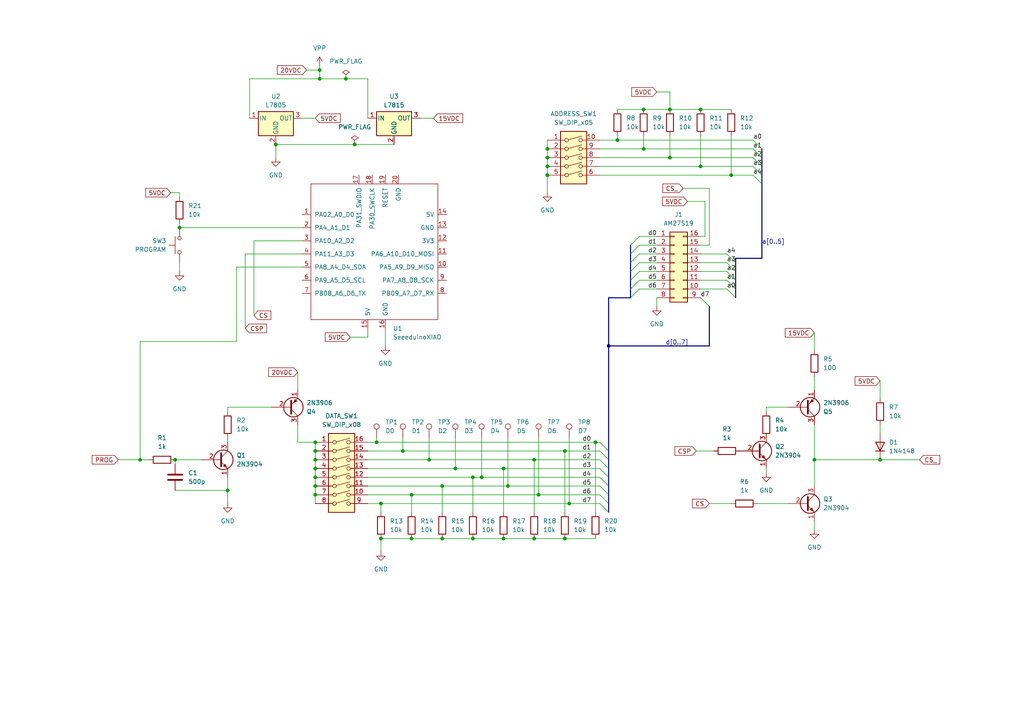
<source format=kicad_sch>
(kicad_sch (version 20230121) (generator eeschema)
  (paper "A4")
  (title_block (title "Manual AM27S19 EPROM programmer") (company "Michael Robinson"))
  (lib_symbols
    (symbol "Connector:TestPoint" (pin_numbers hide) (pin_names (offset 0.762) hide)
      (property "Reference" "TP" (at 0 6.858 0))
      (property "Value" "TestPoint" (at 0 5.08 0))
      (symbol "TestPoint_0_1"
        (circle (center 0 3.302) (radius 0.762))
      )
      (symbol "TestPoint_1_1"
        (pin passive line (at 0 0 90) (length 2.54) (name "1") (number "1"))
      )
    )
    (symbol "Connector_Generic:Conn_02x08_Counter_Clockwise" (pin_names (offset 1.016) hide)
      (property "Reference" "J" (at 1.27 10.16 0))
      (property "Value" "Conn_02x08_Counter_Clockwise" (at 1.27 -12.7 0))
      (symbol "Conn_02x08_Counter_Clockwise_1_1"
        (rectangle (start -1.27 -10.033) (end 0 -10.287) (stroke (width 0.1524)))
        (rectangle (start -1.27 -7.493) (end 0 -7.747) (stroke (width 0.1524)))
        (rectangle (start -1.27 -4.953) (end 0 -5.207) (stroke (width 0.1524)))
        (rectangle (start -1.27 -2.413) (end 0 -2.667) (stroke (width 0.1524)))
        (rectangle (start -1.27 0.127) (end 0 -0.127) (stroke (width 0.1524)))
        (rectangle (start -1.27 2.667) (end 0 2.413) (stroke (width 0.1524)))
        (rectangle (start -1.27 5.207) (end 0 4.953) (stroke (width 0.1524)))
        (rectangle (start -1.27 7.747) (end 0 7.493) (stroke (width 0.1524)))
        (rectangle (start -1.27 8.89) (end 3.81 -11.43) (stroke (width 0.254)) (fill (type background)))
        (rectangle (start 3.81 -10.033) (end 2.54 -10.287) (stroke (width 0.1524)))
        (rectangle (start 3.81 -7.493) (end 2.54 -7.747) (stroke (width 0.1524)))
        (rectangle (start 3.81 -4.953) (end 2.54 -5.207) (stroke (width 0.1524)))
        (rectangle (start 3.81 -2.413) (end 2.54 -2.667) (stroke (width 0.1524)))
        (rectangle (start 3.81 0.127) (end 2.54 -0.127) (stroke (width 0.1524)))
        (rectangle (start 3.81 2.667) (end 2.54 2.413) (stroke (width 0.1524)))
        (rectangle (start 3.81 5.207) (end 2.54 4.953) (stroke (width 0.1524)))
        (rectangle (start 3.81 7.747) (end 2.54 7.493) (stroke (width 0.1524)))
        (pin passive line (at -5.08 7.62 0) (length 3.81) (name "Pin_1") (number "1"))
        (pin passive line (at 7.62 -7.62 180) (length 3.81) (name "Pin_10") (number "10"))
        (pin passive line (at 7.62 -5.08 180) (length 3.81) (name "Pin_11") (number "11"))
        (pin passive line (at 7.62 -2.54 180) (length 3.81) (name "Pin_12") (number "12"))
        (pin passive line (at 7.62 0 180) (length 3.81) (name "Pin_13") (number "13"))
        (pin passive line (at 7.62 2.54 180) (length 3.81) (name "Pin_14") (number "14"))
        (pin passive line (at 7.62 5.08 180) (length 3.81) (name "Pin_15") (number "15"))
        (pin passive line (at 7.62 7.62 180) (length 3.81) (name "Pin_16") (number "16"))
        (pin passive line (at -5.08 5.08 0) (length 3.81) (name "Pin_2") (number "2"))
        (pin passive line (at -5.08 2.54 0) (length 3.81) (name "Pin_3") (number "3"))
        (pin passive line (at -5.08 0 0) (length 3.81) (name "Pin_4") (number "4"))
        (pin passive line (at -5.08 -2.54 0) (length 3.81) (name "Pin_5") (number "5"))
        (pin passive line (at -5.08 -5.08 0) (length 3.81) (name "Pin_6") (number "6"))
        (pin passive line (at -5.08 -7.62 0) (length 3.81) (name "Pin_7") (number "7"))
        (pin passive line (at -5.08 -10.16 0) (length 3.81) (name "Pin_8") (number "8"))
        (pin passive line (at 7.62 -10.16 180) (length 3.81) (name "Pin_9") (number "9"))
      )
    )
    (symbol "Device:C" (pin_numbers hide) (pin_names (offset 0.254))
      (property "Reference" "C" (at 0.635 2.54 0))
      (property "Value" "C" (at 0.635 -2.54 0))
      (symbol "C_0_1"
        (polyline (pts (xy -2.032 -0.762) (xy 2.032 -0.762)) (stroke (width 0.508)))
        (polyline (pts (xy -2.032 0.762) (xy 2.032 0.762)) (stroke (width 0.508)))
      )
      (symbol "C_1_1"
        (pin passive line (at 0 3.81 270) (length 2.794) (name "~") (number "1"))
        (pin passive line (at 0 -3.81 90) (length 2.794) (name "~") (number "2"))
      )
    )
    (symbol "Device:R" (pin_numbers hide) (pin_names (offset 0))
      (property "Reference" "R" (at 2.032 0 90))
      (property "Value" "R" (at 0 0 90))
      (symbol "R_0_1"
        (rectangle (start -1.016 -2.54) (end 1.016 2.54) (stroke (width 0.254)))
      )
      (symbol "R_1_1"
        (pin passive line (at 0 3.81 270) (length 1.27) (name "~") (number "1"))
        (pin passive line (at 0 -3.81 90) (length 1.27) (name "~") (number "2"))
      )
    )
    (symbol "Diode:1N4148" (pin_numbers hide) (pin_names hide)
      (property "Reference" "D" (at 0 2.54 0))
      (property "Value" "1N4148" (at 0 -2.54 0))
      (symbol "1N4148_0_1"
        (polyline (pts (xy -1.27 1.27) (xy -1.27 -1.27)) (stroke (width 0.254)))
        (polyline (pts (xy 1.27 0) (xy -1.27 0)))
        (polyline (pts (xy 1.27 1.27) (xy 1.27 -1.27) (xy -1.27 0) (xy 1.27 1.27)) (stroke (width 0.254)))
      )
      (symbol "1N4148_1_1"
        (pin passive line (at -3.81 0 0) (length 2.54) (name "K") (number "1"))
        (pin passive line (at 3.81 0 180) (length 2.54) (name "A") (number "2"))
      )
    )
    (symbol "Regulator_Linear:L7805" (pin_names (offset 0.254))
      (property "Reference" "U" (at -3.81 3.175 0))
      (property "Value" "L7805" (at 0 3.175 0))
      (symbol "L7805_0_1"
        (rectangle (start -5.08 1.905) (end 5.08 -5.08) (stroke (width 0.254)) (fill (type background)))
      )
      (symbol "L7805_1_1"
        (pin power_in line (at -7.62 0 0) (length 2.54) (name "IN") (number "1"))
        (pin power_in line (at 0 -7.62 90) (length 2.54) (name "GND") (number "2"))
        (pin power_out line (at 7.62 0 180) (length 2.54) (name "OUT") (number "3"))
      )
    )
    (symbol "Regulator_Linear:L7815" (pin_names (offset 0.254))
      (property "Reference" "U" (at -3.81 3.175 0))
      (property "Value" "L7815" (at 0 3.175 0))
      (symbol "L7815_0_1"
        (rectangle (start -5.08 1.905) (end 5.08 -5.08) (stroke (width 0.254)) (fill (type background)))
      )
      (symbol "L7815_1_1"
        (pin power_in line (at -7.62 0 0) (length 2.54) (name "IN") (number "1"))
        (pin power_in line (at 0 -7.62 90) (length 2.54) (name "GND") (number "2"))
        (pin power_out line (at 7.62 0 180) (length 2.54) (name "OUT") (number "3"))
      )
    )
    (symbol "Seeeduino XIAO:SeeeduinoXIAO" (pin_names (offset 1.016))
      (property "Reference" "U" (at -19.05 22.86 0))
      (property "Value" "SeeeduinoXIAO" (at -12.7 21.59 0))
      (symbol "SeeeduinoXIAO_0_1"
        (rectangle (start -19.05 20.32) (end 17.78 -19.05))
      )
      (symbol "SeeeduinoXIAO_1_1"
        (pin unspecified line (at -21.59 11.43 0) (length 2.54) (name "PA02_A0_D0") (number "1"))
        (pin unspecified line (at 20.32 -3.81 180) (length 2.54) (name "PA5_A9_D9_MISO") (number "10"))
        (pin unspecified line (at 20.32 0 180) (length 2.54) (name "PA6_A10_D10_MOSI") (number "11"))
        (pin unspecified line (at 20.32 3.81 180) (length 2.54) (name "3V3") (number "12"))
        (pin unspecified line (at 20.32 7.62 180) (length 2.54) (name "GND") (number "13"))
        (pin unspecified line (at 20.32 11.43 180) (length 2.54) (name "5V") (number "14"))
        (pin input line (at -2.54 -21.59 90) (length 2.54) (name "5V") (number "15"))
        (pin input line (at 2.54 -21.59 90) (length 2.54) (name "GND") (number "16"))
        (pin input line (at -5.08 22.86 270) (length 2.54) (name "PA31_SWDIO") (number "17"))
        (pin input line (at -1.27 22.86 270) (length 2.54) (name "PA30_SWCLK") (number "18"))
        (pin input line (at 2.54 22.86 270) (length 2.54) (name "RESET") (number "19"))
        (pin unspecified line (at -21.59 7.62 0) (length 2.54) (name "PA4_A1_D1") (number "2"))
        (pin input line (at 6.35 22.86 270) (length 2.54) (name "GND") (number "20"))
        (pin unspecified line (at -21.59 3.81 0) (length 2.54) (name "PA10_A2_D2") (number "3"))
        (pin unspecified line (at -21.59 0 0) (length 2.54) (name "PA11_A3_D3") (number "4"))
        (pin unspecified line (at -21.59 -3.81 0) (length 2.54) (name "PA8_A4_D4_SDA") (number "5"))
        (pin unspecified line (at -21.59 -7.62 0) (length 2.54) (name "PA9_A5_D5_SCL") (number "6"))
        (pin unspecified line (at -21.59 -11.43 0) (length 2.54) (name "PB08_A6_D6_TX") (number "7"))
        (pin unspecified line (at 20.32 -11.43 180) (length 2.54) (name "PB09_A7_D7_RX") (number "8"))
        (pin unspecified line (at 20.32 -7.62 180) (length 2.54) (name "PA7_A8_D8_SCK") (number "9"))
      )
    )
    (symbol "Switch:SW_DIP_x05" (pin_names (offset 0) hide)
      (property "Reference" "SW" (at 0 8.89 0))
      (property "Value" "SW_DIP_x05" (at 0 -8.89 0))
      (symbol "SW_DIP_x05_0_0"
        (circle (center -2.032 -5.08) (radius 0.508))
        (circle (center -2.032 -2.54) (radius 0.508))
        (circle (center -2.032 0) (radius 0.508))
        (circle (center -2.032 2.54) (radius 0.508))
        (circle (center -2.032 5.08) (radius 0.508))
        (polyline (pts (xy -1.524 -4.9276) (xy 2.3622 -3.8862)))
        (polyline (pts (xy -1.524 -2.3876) (xy 2.3622 -1.3462)))
        (polyline (pts (xy -1.524 0.127) (xy 2.3622 1.1684)))
        (polyline (pts (xy -1.524 2.667) (xy 2.3622 3.7084)))
        (polyline (pts (xy -1.524 5.207) (xy 2.3622 6.2484)))
        (circle (center 2.032 -5.08) (radius 0.508))
        (circle (center 2.032 -2.54) (radius 0.508))
        (circle (center 2.032 0) (radius 0.508))
        (circle (center 2.032 2.54) (radius 0.508))
        (circle (center 2.032 5.08) (radius 0.508))
      )
      (symbol "SW_DIP_x05_0_1"
        (rectangle (start -3.81 7.62) (end 3.81 -7.62) (stroke (width 0.254)) (fill (type background)))
      )
      (symbol "SW_DIP_x05_1_1"
        (pin passive line (at -7.62 5.08 0) (length 5.08) (name "~") (number "1"))
        (pin passive line (at 7.62 5.08 180) (length 5.08) (name "~") (number "10"))
        (pin passive line (at -7.62 2.54 0) (length 5.08) (name "~") (number "2"))
        (pin passive line (at -7.62 0 0) (length 5.08) (name "~") (number "3"))
        (pin passive line (at -7.62 -2.54 0) (length 5.08) (name "~") (number "4"))
        (pin passive line (at -7.62 -5.08 0) (length 5.08) (name "~") (number "5"))
        (pin passive line (at 7.62 -5.08 180) (length 5.08) (name "~") (number "6"))
        (pin passive line (at 7.62 -2.54 180) (length 5.08) (name "~") (number "7"))
        (pin passive line (at 7.62 0 180) (length 5.08) (name "~") (number "8"))
        (pin passive line (at 7.62 2.54 180) (length 5.08) (name "~") (number "9"))
      )
    )
    (symbol "Switch:SW_DIP_x08" (pin_names (offset 0) hide)
      (property "Reference" "SW" (at 0 13.97 0))
      (property "Value" "SW_DIP_x08" (at 0 -11.43 0))
      (symbol "SW_DIP_x08_0_0"
        (circle (center -2.032 -7.62) (radius 0.508))
        (circle (center -2.032 -5.08) (radius 0.508))
        (circle (center -2.032 -2.54) (radius 0.508))
        (circle (center -2.032 0) (radius 0.508))
        (circle (center -2.032 2.54) (radius 0.508))
        (circle (center -2.032 5.08) (radius 0.508))
        (circle (center -2.032 7.62) (radius 0.508))
        (circle (center -2.032 10.16) (radius 0.508))
        (polyline (pts (xy -1.524 -7.4676) (xy 2.3622 -6.4262)))
        (polyline (pts (xy -1.524 -4.9276) (xy 2.3622 -3.8862)))
        (polyline (pts (xy -1.524 -2.3876) (xy 2.3622 -1.3462)))
        (polyline (pts (xy -1.524 0.127) (xy 2.3622 1.1684)))
        (polyline (pts (xy -1.524 2.667) (xy 2.3622 3.7084)))
        (polyline (pts (xy -1.524 5.207) (xy 2.3622 6.2484)))
        (polyline (pts (xy -1.524 7.747) (xy 2.3622 8.7884)))
        (polyline (pts (xy -1.524 10.287) (xy 2.3622 11.3284)))
        (circle (center 2.032 -7.62) (radius 0.508))
        (circle (center 2.032 -5.08) (radius 0.508))
        (circle (center 2.032 -2.54) (radius 0.508))
        (circle (center 2.032 0) (radius 0.508))
        (circle (center 2.032 2.54) (radius 0.508))
        (circle (center 2.032 5.08) (radius 0.508))
        (circle (center 2.032 7.62) (radius 0.508))
        (circle (center 2.032 10.16) (radius 0.508))
      )
      (symbol "SW_DIP_x08_0_1"
        (rectangle (start -3.81 12.7) (end 3.81 -10.16) (stroke (width 0.254)) (fill (type background)))
      )
      (symbol "SW_DIP_x08_1_1"
        (pin passive line (at -7.62 10.16 0) (length 5.08) (name "~") (number "1"))
        (pin passive line (at 7.62 -5.08 180) (length 5.08) (name "~") (number "10"))
        (pin passive line (at 7.62 -2.54 180) (length 5.08) (name "~") (number "11"))
        (pin passive line (at 7.62 0 180) (length 5.08) (name "~") (number "12"))
        (pin passive line (at 7.62 2.54 180) (length 5.08) (name "~") (number "13"))
        (pin passive line (at 7.62 5.08 180) (length 5.08) (name "~") (number "14"))
        (pin passive line (at 7.62 7.62 180) (length 5.08) (name "~") (number "15"))
        (pin passive line (at 7.62 10.16 180) (length 5.08) (name "~") (number "16"))
        (pin passive line (at -7.62 7.62 0) (length 5.08) (name "~") (number "2"))
        (pin passive line (at -7.62 5.08 0) (length 5.08) (name "~") (number "3"))
        (pin passive line (at -7.62 2.54 0) (length 5.08) (name "~") (number "4"))
        (pin passive line (at -7.62 0 0) (length 5.08) (name "~") (number "5"))
        (pin passive line (at -7.62 -2.54 0) (length 5.08) (name "~") (number "6"))
        (pin passive line (at -7.62 -5.08 0) (length 5.08) (name "~") (number "7"))
        (pin passive line (at -7.62 -7.62 0) (length 5.08) (name "~") (number "8"))
        (pin passive line (at 7.62 -7.62 180) (length 5.08) (name "~") (number "9"))
      )
    )
    (symbol "Switch:SW_Push" (pin_numbers hide) (pin_names (offset 1.016) hide)
      (property "Reference" "SW" (at 1.27 2.54 0))
      (property "Value" "SW_Push" (at 0 -1.524 0))
      (symbol "SW_Push_0_1"
        (circle (center -2.032 0) (radius 0.508))
        (polyline (pts (xy 0 1.27) (xy 0 3.048)))
        (polyline (pts (xy 2.54 1.27) (xy -2.54 1.27)))
        (circle (center 2.032 0) (radius 0.508))
        (pin passive line (at -5.08 0 0) (length 2.54) (name "1") (number "1"))
        (pin passive line (at 5.08 0 180) (length 2.54) (name "2") (number "2"))
      )
    )
    (symbol "Transistor_BJT:2N3904" (pin_names (offset 0) hide)
      (property "Reference" "Q" (at 5.08 1.905 0))
      (property "Value" "2N3904" (at 5.08 0 0))
      (symbol "2N3904_0_1"
        (polyline (pts (xy 0.635 0.635) (xy 2.54 2.54)))
        (polyline (pts (xy 0.635 -0.635) (xy 2.54 -2.54) (xy 2.54 -2.54)))
        (polyline (pts (xy 0.635 1.905) (xy 0.635 -1.905) (xy 0.635 -1.905)) (stroke (width 0.508)))
        (polyline (pts (xy 1.27 -1.778) (xy 1.778 -1.27) (xy 2.286 -2.286) (xy 1.27 -1.778) (xy 1.27 -1.778)) (fill (type outline)))
        (circle (center 1.27 0) (radius 2.8194) (stroke (width 0.254)))
      )
      (symbol "2N3904_1_1"
        (pin passive line (at 2.54 -5.08 90) (length 2.54) (name "E") (number "1"))
        (pin passive line (at -5.08 0 0) (length 5.715) (name "B") (number "2"))
        (pin passive line (at 2.54 5.08 270) (length 2.54) (name "C") (number "3"))
      )
    )
    (symbol "Transistor_BJT:2N3906" (pin_names (offset 0) hide)
      (property "Reference" "Q" (at 5.08 1.905 0))
      (property "Value" "2N3906" (at 5.08 0 0))
      (symbol "2N3906_0_1"
        (polyline (pts (xy 0.635 0.635) (xy 2.54 2.54)))
        (polyline (pts (xy 0.635 -0.635) (xy 2.54 -2.54) (xy 2.54 -2.54)))
        (polyline (pts (xy 0.635 1.905) (xy 0.635 -1.905) (xy 0.635 -1.905)) (stroke (width 0.508)))
        (polyline (pts (xy 2.286 -1.778) (xy 1.778 -2.286) (xy 1.27 -1.27) (xy 2.286 -1.778) (xy 2.286 -1.778)) (fill (type outline)))
        (circle (center 1.27 0) (radius 2.8194) (stroke (width 0.254)))
      )
      (symbol "2N3906_1_1"
        (pin passive line (at 2.54 -5.08 90) (length 2.54) (name "E") (number "1"))
        (pin input line (at -5.08 0 0) (length 5.715) (name "B") (number "2"))
        (pin passive line (at 2.54 5.08 270) (length 2.54) (name "C") (number "3"))
      )
    )
    (symbol "power:GND" (power) (pin_names (offset 0))
      (property "Value" "GND" (at 0 -3.81 0))
      (symbol "GND_0_1"
        (polyline (pts (xy 0 0) (xy 0 -1.27) (xy 1.27 -1.27) (xy 0 -2.54) (xy -1.27 -1.27) (xy 0 -1.27)))
      )
      (symbol "GND_1_1"
        (pin power_in line (at 0 0 270) (length 0) hide (name "GND") (number "1"))
      )
    )
    (symbol "power:PWR_FLAG" (power) (pin_numbers hide) (pin_names (offset 0) hide)
      (property "Value" "PWR_FLAG" (at 0 3.81 0))
      (symbol "PWR_FLAG_0_0"
        (pin power_out line (at 0 0 90) (length 0) (name "pwr") (number "1"))
      )
      (symbol "PWR_FLAG_0_1"
        (polyline (pts (xy 0 0) (xy 0 1.27) (xy -1.016 1.905) (xy 0 2.54) (xy 1.016 1.905) (xy 0 1.27)))
      )
    )
    (symbol "power:VPP" (power) (pin_names (offset 0))
      (property "Value" "VPP" (at 0 3.81 0))
      (symbol "VPP_0_1"
        (polyline (pts (xy -0.762 1.27) (xy 0 2.54)))
        (polyline (pts (xy 0 0) (xy 0 2.54)))
        (polyline (pts (xy 0 2.54) (xy 0.762 1.27)))
      )
      (symbol "VPP_1_1"
        (pin power_in line (at 0 0 90) (length 0) hide (name "VPP") (number "1"))
      )
    )
  )
  (junction (at 91.44 138.43))
  (junction (at 154.94 133.35))
  (junction (at 91.44 128.27))
  (junction (at 91.44 133.35))
  (junction (at 91.44 143.51))
  (junction (at 92.71 22.86))
  (junction (at 50.8 133.35))
  (junction (at 132.08 135.89))
  (junction (at 100.33 22.86))
  (junction (at 154.94 156.21))
  (junction (at 128.27 140.97))
  (junction (at 194.31 31.75))
  (junction (at 110.49 156.21))
  (junction (at 186.69 31.75))
  (junction (at 91.44 140.97))
  (junction (at 163.83 130.81))
  (junction (at 128.27 156.21))
  (junction (at 146.05 135.89))
  (junction (at 102.87 41.91))
  (junction (at 179.07 40.64))
  (junction (at 172.72 128.27))
  (junction (at 91.44 130.81))
  (junction (at 137.16 156.21))
  (junction (at 80.01 41.91))
  (junction (at 236.22 133.35))
  (junction (at 158.75 45.72))
  (junction (at 158.75 48.26))
  (junction (at 255.27 133.35))
  (junction (at 137.16 138.43))
  (junction (at 66.04 142.24))
  (junction (at 91.44 135.89))
  (junction (at 165.1 146.05))
  (junction (at 110.49 146.05))
  (junction (at 203.2 48.26))
  (junction (at 176.53 100.33))
  (junction (at 194.31 45.72))
  (junction (at 109.22 128.27))
  (junction (at 212.09 50.8))
  (junction (at 158.75 50.8))
  (junction (at 186.69 43.18))
  (junction (at 119.38 143.51))
  (junction (at 156.21 143.51))
  (junction (at 116.84 130.81))
  (junction (at 146.05 156.21))
  (junction (at 52.07 66.04))
  (junction (at 124.46 133.35))
  (junction (at 158.75 43.18))
  (junction (at 163.83 156.21))
  (junction (at 203.2 31.75))
  (junction (at 139.7 138.43))
  (junction (at 119.38 156.21))
  (junction (at 40.64 133.35))
  (junction (at 147.32 140.97))
  (junction (at 92.71 20.32))
  (bus_entry (at 210.82 78.74) (size 2.54 2.54))
  (bus_entry (at 173.99 143.51) (size 2.54 2.54))
  (bus_entry (at 218.44 45.72) (size 2.54 2.54))
  (bus_entry (at 185.42 83.82) (size -2.54 2.54))
  (bus_entry (at 218.44 48.26) (size 2.54 2.54))
  (bus_entry (at 203.2 86.36) (size 2.54 2.54))
  (bus_entry (at 185.42 71.12) (size -2.54 2.54))
  (bus_entry (at 173.99 130.81) (size 2.54 2.54))
  (bus_entry (at 173.99 128.27) (size 2.54 2.54))
  (bus_entry (at 210.82 76.2) (size 2.54 2.54))
  (bus_entry (at 210.82 81.28) (size 2.54 2.54))
  (bus_entry (at 218.44 40.64) (size 2.54 2.54))
  (bus_entry (at 173.99 133.35) (size 2.54 2.54))
  (bus_entry (at 185.42 73.66) (size -2.54 2.54))
  (bus_entry (at 173.99 138.43) (size 2.54 2.54))
  (bus_entry (at 173.99 146.05) (size 2.54 2.54))
  (bus_entry (at 185.42 81.28) (size -2.54 2.54))
  (bus_entry (at 173.99 140.97) (size 2.54 2.54))
  (bus_entry (at 218.44 43.18) (size 2.54 2.54))
  (bus_entry (at 173.99 135.89) (size 2.54 2.54))
  (bus_entry (at 185.42 76.2) (size -2.54 2.54))
  (bus_entry (at 218.44 50.8) (size 2.54 2.54))
  (bus_entry (at 210.82 83.82) (size 2.54 2.54))
  (bus_entry (at 185.42 68.58) (size -2.54 2.54))
  (bus_entry (at 185.42 78.74) (size -2.54 2.54))
  (bus_entry (at 210.82 73.66) (size 2.54 2.54))
  (bus (pts (xy 176.53 146.05) (xy 176.53 143.51)))
  (wire (pts (xy 146.05 156.21) (xy 154.94 156.21)))
  (wire (pts (xy 173.99 40.64) (xy 179.07 40.64)))
  (bus (pts (xy 182.88 83.82) (xy 182.88 86.36)))
  (wire (pts (xy 92.71 20.32) (xy 88.9 20.32)))
  (wire (pts (xy 203.2 48.26) (xy 218.44 48.26)))
  (wire (pts (xy 91.44 140.97) (xy 91.44 143.51)))
  (wire (pts (xy 185.42 68.58) (xy 190.5 68.58)))
  (wire (pts (xy 146.05 135.89) (xy 173.99 135.89)))
  (bus (pts (xy 176.53 86.36) (xy 182.88 86.36)))
  (wire (pts (xy 71.12 95.25) (xy 71.12 73.66)))
  (wire (pts (xy 34.29 133.35) (xy 40.64 133.35)))
  (wire (pts (xy 124.46 127) (xy 124.46 133.35)))
  (wire (pts (xy 68.58 99.06) (xy 40.64 99.06)))
  (bus (pts (xy 182.88 76.2) (xy 182.88 78.74)))
  (wire (pts (xy 71.12 73.66) (xy 87.63 73.66)))
  (wire (pts (xy 236.22 133.35) (xy 236.22 140.97)))
  (wire (pts (xy 205.74 54.61) (xy 205.74 71.12)))
  (wire (pts (xy 80.01 41.91) (xy 80.01 45.72)))
  (wire (pts (xy 146.05 135.89) (xy 146.05 148.59)))
  (wire (pts (xy 236.22 151.13) (xy 236.22 153.67)))
  (bus (pts (xy 213.36 78.74) (xy 213.36 76.2)))
  (wire (pts (xy 106.68 133.35) (xy 124.46 133.35)))
  (bus (pts (xy 176.53 148.59) (xy 176.53 146.05)))
  (wire (pts (xy 91.44 130.81) (xy 91.44 133.35)))
  (wire (pts (xy 222.25 125.73) (xy 222.25 127)))
  (wire (pts (xy 91.44 133.35) (xy 91.44 135.89)))
  (wire (pts (xy 205.74 71.12) (xy 203.2 71.12)))
  (wire (pts (xy 91.44 138.43) (xy 91.44 140.97)))
  (bus (pts (xy 220.98 45.72) (xy 220.98 48.26)))
  (bus (pts (xy 182.88 73.66) (xy 182.88 76.2)))
  (wire (pts (xy 66.04 138.43) (xy 66.04 142.24)))
  (wire (pts (xy 163.83 156.21) (xy 172.72 156.21)))
  (wire (pts (xy 179.07 31.75) (xy 186.69 31.75)))
  (wire (pts (xy 87.63 34.29) (xy 91.44 34.29)))
  (wire (pts (xy 72.39 22.86) (xy 92.71 22.86)))
  (bus (pts (xy 220.98 74.93) (xy 213.36 74.93)))
  (wire (pts (xy 52.07 66.04) (xy 87.63 66.04)))
  (wire (pts (xy 121.92 34.29) (xy 125.73 34.29)))
  (wire (pts (xy 255.27 110.49) (xy 255.27 115.57)))
  (wire (pts (xy 101.6 97.79) (xy 106.68 97.79)))
  (wire (pts (xy 58.42 133.35) (xy 50.8 133.35)))
  (bus (pts (xy 182.88 71.12) (xy 182.88 73.66)))
  (wire (pts (xy 222.25 118.11) (xy 228.6 118.11)))
  (wire (pts (xy 66.04 127) (xy 66.04 128.27)))
  (wire (pts (xy 173.99 43.18) (xy 186.69 43.18)))
  (bus (pts (xy 176.53 100.33) (xy 176.53 86.36)))
  (wire (pts (xy 40.64 133.35) (xy 43.18 133.35)))
  (wire (pts (xy 109.22 128.27) (xy 172.72 128.27)))
  (wire (pts (xy 132.08 135.89) (xy 146.05 135.89)))
  (wire (pts (xy 128.27 148.59) (xy 128.27 140.97)))
  (wire (pts (xy 158.75 48.26) (xy 158.75 50.8)))
  (wire (pts (xy 116.84 127) (xy 116.84 130.81)))
  (wire (pts (xy 154.94 133.35) (xy 154.94 148.59)))
  (wire (pts (xy 139.7 138.43) (xy 173.99 138.43)))
  (wire (pts (xy 92.71 20.32) (xy 92.71 22.86)))
  (wire (pts (xy 86.36 123.19) (xy 86.36 128.27)))
  (wire (pts (xy 139.7 127) (xy 139.7 138.43)))
  (wire (pts (xy 204.47 58.42) (xy 199.39 58.42)))
  (wire (pts (xy 102.87 41.91) (xy 114.3 41.91)))
  (wire (pts (xy 173.99 45.72) (xy 194.31 45.72)))
  (wire (pts (xy 66.04 142.24) (xy 66.04 146.05)))
  (wire (pts (xy 106.68 34.29) (xy 106.68 22.86)))
  (wire (pts (xy 91.44 128.27) (xy 91.44 130.81)))
  (wire (pts (xy 92.71 19.05) (xy 92.71 20.32)))
  (bus (pts (xy 213.36 81.28) (xy 213.36 78.74)))
  (wire (pts (xy 106.68 135.89) (xy 132.08 135.89)))
  (wire (pts (xy 147.32 140.97) (xy 173.99 140.97)))
  (wire (pts (xy 186.69 39.37) (xy 186.69 43.18)))
  (bus (pts (xy 213.36 74.93) (xy 213.36 76.2)))
  (wire (pts (xy 210.82 73.66) (xy 203.2 73.66)))
  (wire (pts (xy 219.71 146.05) (xy 228.6 146.05)))
  (wire (pts (xy 49.53 55.88) (xy 52.07 55.88)))
  (wire (pts (xy 186.69 31.75) (xy 194.31 31.75)))
  (wire (pts (xy 154.94 156.21) (xy 163.83 156.21)))
  (bus (pts (xy 205.74 100.33) (xy 176.53 100.33)))
  (wire (pts (xy 203.2 31.75) (xy 212.09 31.75)))
  (wire (pts (xy 236.22 96.52) (xy 236.22 101.6)))
  (wire (pts (xy 185.42 71.12) (xy 190.5 71.12)))
  (wire (pts (xy 158.75 43.18) (xy 158.75 45.72)))
  (bus (pts (xy 213.36 83.82) (xy 213.36 81.28)))
  (wire (pts (xy 194.31 45.72) (xy 218.44 45.72)))
  (wire (pts (xy 212.09 50.8) (xy 218.44 50.8)))
  (wire (pts (xy 52.07 55.88) (xy 52.07 57.15)))
  (wire (pts (xy 52.07 64.77) (xy 52.07 66.04)))
  (bus (pts (xy 176.53 130.81) (xy 176.53 100.33)))
  (wire (pts (xy 110.49 146.05) (xy 165.1 146.05)))
  (wire (pts (xy 179.07 40.64) (xy 218.44 40.64)))
  (wire (pts (xy 100.33 22.86) (xy 106.68 22.86)))
  (wire (pts (xy 50.8 142.24) (xy 66.04 142.24)))
  (wire (pts (xy 186.69 43.18) (xy 218.44 43.18)))
  (bus (pts (xy 213.36 86.36) (xy 213.36 83.82)))
  (bus (pts (xy 176.53 143.51) (xy 176.53 140.97)))
  (wire (pts (xy 210.82 78.74) (xy 203.2 78.74)))
  (wire (pts (xy 194.31 31.75) (xy 203.2 31.75)))
  (wire (pts (xy 86.36 128.27) (xy 91.44 128.27)))
  (wire (pts (xy 222.25 119.38) (xy 222.25 118.11)))
  (bus (pts (xy 220.98 48.26) (xy 220.98 50.8)))
  (wire (pts (xy 156.21 127) (xy 156.21 143.51)))
  (wire (pts (xy 91.44 143.51) (xy 91.44 146.05)))
  (wire (pts (xy 106.68 128.27) (xy 109.22 128.27)))
  (wire (pts (xy 52.07 76.2) (xy 52.07 78.74)))
  (wire (pts (xy 185.42 81.28) (xy 190.5 81.28)))
  (wire (pts (xy 163.83 130.81) (xy 173.99 130.81)))
  (wire (pts (xy 68.58 77.47) (xy 87.63 77.47)))
  (bus (pts (xy 182.88 78.74) (xy 182.88 81.28)))
  (bus (pts (xy 182.88 81.28) (xy 182.88 83.82)))
  (wire (pts (xy 190.5 26.67) (xy 194.31 26.67)))
  (wire (pts (xy 185.42 73.66) (xy 190.5 73.66)))
  (wire (pts (xy 204.47 68.58) (xy 203.2 68.58)))
  (wire (pts (xy 50.8 133.35) (xy 50.8 134.62)))
  (wire (pts (xy 173.99 48.26) (xy 203.2 48.26)))
  (wire (pts (xy 165.1 127) (xy 165.1 146.05)))
  (wire (pts (xy 222.25 135.89) (xy 222.25 137.16)))
  (wire (pts (xy 124.46 133.35) (xy 154.94 133.35)))
  (wire (pts (xy 158.75 50.8) (xy 158.75 55.88)))
  (bus (pts (xy 220.98 43.18) (xy 220.98 45.72)))
  (bus (pts (xy 220.98 74.93) (xy 220.98 53.34)))
  (wire (pts (xy 78.74 118.11) (xy 66.04 118.11)))
  (wire (pts (xy 154.94 133.35) (xy 173.99 133.35)))
  (wire (pts (xy 158.75 45.72) (xy 158.75 48.26)))
  (wire (pts (xy 106.68 146.05) (xy 110.49 146.05)))
  (wire (pts (xy 106.68 97.79) (xy 106.68 95.25)))
  (wire (pts (xy 210.82 76.2) (xy 203.2 76.2)))
  (wire (pts (xy 205.74 54.61) (xy 198.12 54.61)))
  (wire (pts (xy 137.16 138.43) (xy 137.16 148.59)))
  (wire (pts (xy 185.42 76.2) (xy 190.5 76.2)))
  (bus (pts (xy 176.53 140.97) (xy 176.53 138.43)))
  (wire (pts (xy 73.66 69.85) (xy 87.63 69.85)))
  (bus (pts (xy 176.53 138.43) (xy 176.53 135.89)))
  (wire (pts (xy 172.72 128.27) (xy 172.72 148.59)))
  (wire (pts (xy 201.93 130.81) (xy 207.01 130.81)))
  (wire (pts (xy 204.47 58.42) (xy 204.47 68.58)))
  (wire (pts (xy 128.27 140.97) (xy 147.32 140.97)))
  (wire (pts (xy 80.01 41.91) (xy 102.87 41.91)))
  (wire (pts (xy 194.31 39.37) (xy 194.31 45.72)))
  (wire (pts (xy 132.08 127) (xy 132.08 135.89)))
  (wire (pts (xy 163.83 130.81) (xy 163.83 148.59)))
  (wire (pts (xy 86.36 107.95) (xy 86.36 113.03)))
  (wire (pts (xy 165.1 146.05) (xy 173.99 146.05)))
  (wire (pts (xy 236.22 123.19) (xy 236.22 133.35)))
  (wire (pts (xy 110.49 146.05) (xy 110.49 148.59)))
  (wire (pts (xy 137.16 156.21) (xy 146.05 156.21)))
  (wire (pts (xy 109.22 127) (xy 109.22 128.27)))
  (bus (pts (xy 176.53 133.35) (xy 176.53 130.81)))
  (wire (pts (xy 236.22 109.22) (xy 236.22 113.03)))
  (wire (pts (xy 210.82 81.28) (xy 203.2 81.28)))
  (wire (pts (xy 66.04 118.11) (xy 66.04 119.38)))
  (wire (pts (xy 137.16 138.43) (xy 139.7 138.43)))
  (wire (pts (xy 119.38 143.51) (xy 119.38 148.59)))
  (wire (pts (xy 185.42 78.74) (xy 190.5 78.74)))
  (wire (pts (xy 119.38 143.51) (xy 156.21 143.51)))
  (wire (pts (xy 147.32 127) (xy 147.32 140.97)))
  (wire (pts (xy 72.39 34.29) (xy 72.39 22.86)))
  (wire (pts (xy 40.64 99.06) (xy 40.64 133.35)))
  (wire (pts (xy 212.09 39.37) (xy 212.09 50.8)))
  (wire (pts (xy 68.58 99.06) (xy 68.58 77.47)))
  (wire (pts (xy 172.72 128.27) (xy 173.99 128.27)))
  (wire (pts (xy 111.76 95.25) (xy 111.76 100.33)))
  (wire (pts (xy 179.07 39.37) (xy 179.07 40.64)))
  (wire (pts (xy 158.75 40.64) (xy 158.75 43.18)))
  (wire (pts (xy 110.49 156.21) (xy 119.38 156.21)))
  (wire (pts (xy 156.21 143.51) (xy 173.99 143.51)))
  (wire (pts (xy 116.84 130.81) (xy 163.83 130.81)))
  (wire (pts (xy 128.27 156.21) (xy 137.16 156.21)))
  (wire (pts (xy 106.68 138.43) (xy 137.16 138.43)))
  (wire (pts (xy 185.42 83.82) (xy 190.5 83.82)))
  (wire (pts (xy 194.31 26.67) (xy 194.31 31.75)))
  (wire (pts (xy 119.38 156.21) (xy 128.27 156.21)))
  (wire (pts (xy 91.44 135.89) (xy 91.44 138.43)))
  (wire (pts (xy 255.27 123.19) (xy 255.27 125.73)))
  (wire (pts (xy 73.66 91.44) (xy 73.66 69.85)))
  (wire (pts (xy 106.68 130.81) (xy 116.84 130.81)))
  (wire (pts (xy 205.74 146.05) (xy 212.09 146.05)))
  (wire (pts (xy 203.2 39.37) (xy 203.2 48.26)))
  (wire (pts (xy 190.5 86.36) (xy 190.5 88.9)))
  (bus (pts (xy 176.53 135.89) (xy 176.53 133.35)))
  (bus (pts (xy 220.98 50.8) (xy 220.98 53.34)))
  (bus (pts (xy 205.74 88.9) (xy 205.74 100.33)))
  (wire (pts (xy 106.68 140.97) (xy 128.27 140.97)))
  (wire (pts (xy 110.49 156.21) (xy 110.49 160.02)))
  (wire (pts (xy 92.71 22.86) (xy 100.33 22.86)))
  (wire (pts (xy 173.99 50.8) (xy 212.09 50.8)))
  (wire (pts (xy 236.22 133.35) (xy 255.27 133.35)))
  (wire (pts (xy 255.27 133.35) (xy 266.7 133.35)))
  (wire (pts (xy 106.68 143.51) (xy 119.38 143.51)))
  (wire (pts (xy 210.82 83.82) (xy 203.2 83.82)))
  (label "d6" (at 168.91 143.51 0))
  (label "d4" (at 168.91 138.43 0))
  (label "a2" (at 218.44 45.72 0))
  (label "d4" (at 187.96 78.74 0))
  (label "a0" (at 210.82 83.82 0))
  (label "d2" (at 168.91 133.35 0))
  (label "d3" (at 187.96 76.2 0))
  (label "a3" (at 210.82 76.2 0))
  (label "d[0..7]" (at 193.04 100.33 0))
  (label "a0" (at 218.44 40.64 0))
  (label "d5" (at 187.96 81.28 0))
  (label "d5" (at 168.91 140.97 0))
  (label "d2" (at 187.96 73.66 0))
  (label "d0" (at 187.96 68.58 0))
  (label "d1" (at 187.96 71.12 0))
  (label "a1" (at 218.44 43.18 0))
  (label "a[0..5]" (at 220.98 71.12 0))
  (label "d7" (at 203.2 86.36 0))
  (label "a4" (at 210.82 73.66 0))
  (label "d1" (at 168.91 130.81 0))
  (label "d0" (at 168.91 128.27 0))
  (label "a1" (at 210.82 81.28 0))
  (label "a2" (at 210.82 78.74 0))
  (label "a4" (at 218.44 50.8 0))
  (label "d3" (at 168.91 135.89 0))
  (label "d7" (at 168.91 146.05 0))
  (label "d6" (at 187.96 83.82 0))
  (label "a3" (at 218.44 48.26 0))
  (global_label "5VDC" (shape input) (at 190.5 26.67 180) (property "Intersheetrefs" "${INTERSHEET_REFS}" (effects hide)))
  (global_label "5VDC" (shape input) (at 199.39 58.42 180) (property "Intersheetrefs" "${INTERSHEET_REFS}" (effects hide)))
  (global_label "5VDC" (shape input) (at 101.6 97.79 180) (property "Intersheetrefs" "${INTERSHEET_REFS}" (effects hide)))
  (global_label "5VDC" (shape input) (at 49.53 55.88 180) (property "Intersheetrefs" "${INTERSHEET_REFS}" (effects hide)))
  (global_label "CSP" (shape input) (at 71.12 95.25 0) (property "Intersheetrefs" "${INTERSHEET_REFS}" (effects hide)))
  (global_label "CS" (shape input) (at 205.74 146.05 180) (property "Intersheetrefs" "${INTERSHEET_REFS}" (effects hide)))
  (global_label "20VDC" (shape input) (at 86.36 107.95 180) (property "Intersheetrefs" "${INTERSHEET_REFS}" (effects hide)))
  (global_label "CSP" (shape input) (at 201.93 130.81 180) (property "Intersheetrefs" "${INTERSHEET_REFS}" (effects hide)))
  (global_label "PROG" (shape input) (at 34.29 133.35 180) (property "Intersheetrefs" "${INTERSHEET_REFS}" (effects hide)))
  (global_label "15VDC" (shape input) (at 236.22 96.52 180) (property "Intersheetrefs" "${INTERSHEET_REFS}" (effects hide)))
  (global_label "CS_" (shape input) (at 266.7 133.35 0) (property "Intersheetrefs" "${INTERSHEET_REFS}" (effects hide)))
  (global_label "5VDC" (shape input) (at 91.44 34.29 0) (property "Intersheetrefs" "${INTERSHEET_REFS}" (effects hide)))
  (global_label "5VDC" (shape input) (at 255.27 110.49 180) (property "Intersheetrefs" "${INTERSHEET_REFS}" (effects hide)))
  (global_label "CS" (shape input) (at 73.66 91.44 0) (property "Intersheetrefs" "${INTERSHEET_REFS}" (effects hide)))
  (global_label "20VDC" (shape input) (at 88.9 20.32 180) (property "Intersheetrefs" "${INTERSHEET_REFS}" (effects hide)))
  (global_label "15VDC" (shape input) (at 125.73 34.29 0) (property "Intersheetrefs" "${INTERSHEET_REFS}" (effects hide)))
  (global_label "CS_" (shape input) (at 198.12 54.61 180) (property "Intersheetrefs" "${INTERSHEET_REFS}" (effects hide)))
  (symbol (lib_id "Device:R") (at 212.09 35.56 0) (unit 1)
    (property "Reference" "R12" (at 214.63 34.29 0) (effects (justify left)))
    (property "Value" "10k" (at 214.63 36.83 0) (effects (justify left)))
  )
  (symbol (lib_id "power:GND") (at 111.76 100.33 0) (unit 1)
    (property "Reference" "#PWR08" (effects hide))
    (property "Value" "GND" (at 111.76 105.41 0))
  )
  (symbol (lib_id "Device:R") (at 128.27 152.4 0) (unit 1)
    (property "Reference" "R15" (at 130.81 151.13 0) (effects (justify left)))
    (property "Value" "10k" (at 130.81 153.67 0) (effects (justify left)))
  )
  (symbol (lib_id "power:GND") (at 158.75 55.88 0) (unit 1)
    (property "Reference" "#PWR06" (effects hide))
    (property "Value" "GND" (at 158.75 60.96 0))
  )
  (symbol (lib_id "Device:R") (at 163.83 152.4 0) (unit 1)
    (property "Reference" "R19" (at 166.37 151.13 0) (effects (justify left)))
    (property "Value" "10k" (at 166.37 153.67 0) (effects (justify left)))
  )
  (symbol (lib_id "power:GND") (at 110.49 160.02 0) (unit 1)
    (property "Reference" "#PWR07" (effects hide))
    (property "Value" "GND" (at 110.49 165.1 0))
  )
  (symbol (lib_id "Device:R") (at 186.69 35.56 0) (unit 1)
    (property "Reference" "R9" (at 189.23 34.29 0) (effects (justify left)))
    (property "Value" "10k" (at 189.23 36.83 0) (effects (justify left)))
  )
  (symbol (lib_id "Connector:TestPoint") (at 109.22 127 0) (unit 1)
    (property "Reference" "TP1" (at 111.76 122.428 0) (effects (justify left)))
    (property "Value" "D0" (at 111.76 124.968 0) (effects (justify left)))
  )
  (symbol (lib_id "Device:R") (at 236.22 105.41 0) (unit 1)
    (property "Reference" "R5" (at 238.76 104.14 0) (effects (justify left)))
    (property "Value" "100" (at 238.76 106.68 0) (effects (justify left)))
  )
  (symbol (lib_id "Device:R") (at 66.04 123.19 0) (unit 1)
    (property "Reference" "R2" (at 68.58 121.92 0) (effects (justify left)))
    (property "Value" "10k" (at 68.58 124.46 0) (effects (justify left)))
  )
  (symbol (lib_id "Device:R") (at 215.9 146.05 90) (unit 1)
    (property "Reference" "R6" (at 215.9 139.7 90))
    (property "Value" "1k" (at 215.9 142.24 90))
  )
  (symbol (lib_id "Device:R") (at 194.31 35.56 0) (unit 1)
    (property "Reference" "R10" (at 196.85 34.29 0) (effects (justify left)))
    (property "Value" "10k" (at 196.85 36.83 0) (effects (justify left)))
  )
  (symbol (lib_id "Device:R") (at 172.72 152.4 0) (unit 1)
    (property "Reference" "R20" (at 175.26 151.13 0) (effects (justify left)))
    (property "Value" "10k" (at 175.26 153.67 0) (effects (justify left)))
  )
  (symbol (lib_id "Switch:SW_DIP_x08") (at 99.06 138.43 0) (unit 1)
    (property "Reference" "DATA_SW1" (at 99.06 120.65 0))
    (property "Value" "SW_DIP_x08" (at 99.06 123.19 0))
  )
  (symbol (lib_id "Device:R") (at 179.07 35.56 0) (unit 1)
    (property "Reference" "R8" (at 181.61 34.29 0) (effects (justify left)))
    (property "Value" "10k" (at 181.61 36.83 0) (effects (justify left)))
  )
  (symbol (lib_id "power:GND") (at 66.04 146.05 0) (unit 1)
    (property "Reference" "#PWR03" (effects hide))
    (property "Value" "GND" (at 66.04 151.13 0))
  )
  (symbol (lib_id "Device:C") (at 50.8 138.43 0) (unit 1)
    (property "Reference" "C1" (at 54.61 137.16 0) (effects (justify left)))
    (property "Value" "500p" (at 54.61 139.7 0) (effects (justify left)))
  )
  (symbol (lib_id "Device:R") (at 52.07 60.96 0) (unit 1)
    (property "Reference" "R21" (at 54.61 59.69 0) (effects (justify left)))
    (property "Value" "10k" (at 54.61 62.23 0) (effects (justify left)))
  )
  (symbol (lib_id "Transistor_BJT:2N3904") (at 233.68 146.05 0) (unit 1)
    (property "Reference" "Q3" (at 238.76 144.78 0) (effects (justify left)))
    (property "Value" "2N3904" (at 238.76 147.32 0) (effects (justify left)))
    (property "Footprint" "Package_TO_SOT_THT:TO-92_Inline" (effects hide))
    (property "Datasheet" "https://www.onsemi.com/pub/Collateral/2N3903-D.PDF" (effects hide))
  )
  (symbol (lib_id "Connector:TestPoint") (at 156.21 127 0) (unit 1)
    (property "Reference" "TP7" (at 158.75 122.428 0) (effects (justify left)))
    (property "Value" "D6" (at 158.75 124.968 0) (effects (justify left)))
  )
  (symbol (lib_id "Device:R") (at 137.16 152.4 0) (unit 1)
    (property "Reference" "R16" (at 139.7 151.13 0) (effects (justify left)))
    (property "Value" "10k" (at 139.7 153.67 0) (effects (justify left)))
  )
  (symbol (lib_id "power:PWR_FLAG") (at 102.87 41.91 0) (unit 1)
    (property "Reference" "#FLG02" (effects hide))
    (property "Value" "PWR_FLAG" (at 102.87 36.83 0))
  )
  (symbol (lib_id "Device:R") (at 119.38 152.4 0) (unit 1)
    (property "Reference" "R14" (at 121.92 151.13 0) (effects (justify left)))
    (property "Value" "10k" (at 121.92 153.67 0) (effects (justify left)))
  )
  (symbol (lib_id "Transistor_BJT:2N3904") (at 219.71 130.81 0) (unit 1)
    (property "Reference" "Q2" (at 224.79 129.54 0) (effects (justify left)))
    (property "Value" "2N3904" (at 224.79 132.08 0) (effects (justify left)))
    (property "Footprint" "Package_TO_SOT_THT:TO-92_Inline" (effects hide))
    (property "Datasheet" "https://www.onsemi.com/pub/Collateral/2N3903-D.PDF" (effects hide))
  )
  (symbol (lib_id "Connector:TestPoint") (at 124.46 127 0) (unit 1)
    (property "Reference" "TP3" (at 127 122.428 0) (effects (justify left)))
    (property "Value" "D2" (at 127 124.968 0) (effects (justify left)))
  )
  (symbol (lib_id "Connector:TestPoint") (at 139.7 127 0) (unit 1)
    (property "Reference" "TP5" (at 142.24 122.428 0) (effects (justify left)))
    (property "Value" "D4" (at 142.24 124.968 0) (effects (justify left)))
  )
  (symbol (lib_id "Connector_Generic:Conn_02x08_Counter_Clockwise") (at 195.58 76.2 0) (unit 1)
    (property "Reference" "J1" (at 196.85 62.23 0))
    (property "Value" "AM27S19" (at 196.85 64.77 0))
  )
  (symbol (lib_id "Regulator_Linear:L7815") (at 114.3 34.29 0) (unit 1)
    (property "Reference" "U3" (at 114.3 27.94 0))
    (property "Value" "L7815" (at 114.3 30.48 0))
    (property "Datasheet" "http://www.st.com/content/ccc/resource/technical/document/datasheet/41/4f/b3/b0/12/d4/47/88/CD00000444.pdf/files/CD00000444.pdf/jcr:content/translations/en.CD00000444.pdf" (effects hide))
  )
  (symbol (lib_id "Switch:SW_Push") (at 52.07 71.12 90) (mirror x) (unit 1)
    (property "Reference" "SW3" (at 48.26 69.85 90) (effects (justify left)))
    (property "Value" "PROGRAM" (at 48.26 72.39 90) (effects (justify left)))
  )
  (symbol (lib_id "Device:R") (at 146.05 152.4 0) (unit 1)
    (property "Reference" "R17" (at 148.59 151.13 0) (effects (justify left)))
    (property "Value" "10k" (at 148.59 153.67 0) (effects (justify left)))
  )
  (symbol (lib_id "Diode:1N4148") (at 255.27 129.54 90) (unit 1)
    (property "Reference" "D1" (at 257.81 128.27 90) (effects (justify right)))
    (property "Value" "1N4148" (at 257.81 130.81 90) (effects (justify right)))
    (property "Footprint" "Diode_THT:D_DO-35_SOD27_P7.62mm_Horizontal" (effects hide))
    (property "Datasheet" "https://assets.nexperia.com/documents/data-sheet/1N4148_1N4448.pdf" (effects hide))
    (property "Sim.Device" "D" (effects hide))
    (property "Sim.Pins" "1=K 2=A" (effects hide))
  )
  (symbol (lib_id "Device:R") (at 255.27 119.38 0) (unit 1)
    (property "Reference" "R7" (at 257.81 118.11 0) (effects (justify left)))
    (property "Value" "10k" (at 257.81 120.65 0) (effects (justify left)))
  )
  (symbol (lib_id "power:GND") (at 222.25 137.16 0) (unit 1)
    (property "Reference" "#PWR04" (effects hide))
    (property "Value" "GND" (at 222.25 142.24 0))
  )
  (symbol (lib_id "Connector:TestPoint") (at 132.08 127 0) (unit 1)
    (property "Reference" "TP4" (at 134.62 122.428 0) (effects (justify left)))
    (property "Value" "D3" (at 134.62 124.968 0) (effects (justify left)))
  )
  (symbol (lib_id "Regulator_Linear:L7805") (at 80.01 34.29 0) (unit 1)
    (property "Reference" "U2" (at 80.01 27.94 0))
    (property "Value" "L7805" (at 80.01 30.48 0))
    (property "Datasheet" "http://www.st.com/content/ccc/resource/technical/document/datasheet/41/4f/b3/b0/12/d4/47/88/CD00000444.pdf/files/CD00000444.pdf/jcr:content/translations/en.CD00000444.pdf" (effects hide))
  )
  (symbol (lib_id "Device:R") (at 210.82 130.81 90) (unit 1)
    (property "Reference" "R3" (at 210.82 124.46 90))
    (property "Value" "1k" (at 210.82 127 90))
  )
  (symbol (lib_id "power:GND") (at 80.01 45.72 0) (unit 1)
    (property "Reference" "#PWR02" (effects hide))
    (property "Value" "GND" (at 80.01 50.8 0))
  )
  (symbol (lib_id "power:VPP") (at 92.71 19.05 0) (unit 1)
    (property "Reference" "#PWR01" (effects hide))
    (property "Value" "VPP" (at 92.71 13.97 0))
  )
  (symbol (lib_id "Transistor_BJT:2N3904") (at 63.5 133.35 0) (unit 1)
    (property "Reference" "Q1" (at 68.58 132.08 0) (effects (justify left)))
    (property "Value" "2N3904" (at 68.58 134.62 0) (effects (justify left)))
    (property "Footprint" "Package_TO_SOT_THT:TO-92_Inline" (effects hide))
    (property "Datasheet" "https://www.onsemi.com/pub/Collateral/2N3903-D.PDF" (effects hide))
  )
  (symbol (lib_id "Device:R") (at 154.94 152.4 0) (unit 1)
    (property "Reference" "R18" (at 157.48 151.13 0) (effects (justify left)))
    (property "Value" "10k" (at 157.48 153.67 0) (effects (justify left)))
  )
  (symbol (lib_id "Connector:TestPoint") (at 116.84 127 0) (unit 1)
    (property "Reference" "TP2" (at 119.38 122.428 0) (effects (justify left)))
    (property "Value" "D1" (at 119.38 124.968 0) (effects (justify left)))
  )
  (symbol (lib_id "Transistor_BJT:2N3906") (at 233.68 118.11 0) (mirror x) (unit 1)
    (property "Reference" "Q5" (at 238.76 119.38 0) (effects (justify left)))
    (property "Value" "2N3906" (at 238.76 116.84 0) (effects (justify left)))
    (property "Footprint" "Package_TO_SOT_THT:TO-92_Inline" (effects hide))
    (property "Datasheet" "https://www.onsemi.com/pub/Collateral/2N3906-D.PDF" (effects hide))
  )
  (symbol (lib_id "Device:R") (at 46.99 133.35 90) (unit 1)
    (property "Reference" "R1" (at 46.99 127 90))
    (property "Value" "1k" (at 46.99 129.54 90))
  )
  (symbol (lib_id "power:GND") (at 236.22 153.67 0) (unit 1)
    (property "Reference" "#PWR05" (effects hide))
    (property "Value" "GND" (at 236.22 158.75 0))
  )
  (symbol (lib_id "Device:R") (at 110.49 152.4 0) (unit 1)
    (property "Reference" "R13" (at 113.03 151.13 0) (effects (justify left)))
    (property "Value" "10k" (at 113.03 153.67 0) (effects (justify left)))
  )
  (symbol (lib_id "Device:R") (at 222.25 123.19 0) (unit 1)
    (property "Reference" "R4" (at 224.79 121.92 0) (effects (justify left)))
    (property "Value" "10k" (at 224.79 124.46 0) (effects (justify left)))
  )
  (symbol (lib_id "power:GND") (at 52.07 78.74 0) (unit 1)
    (property "Reference" "#PWR09" (effects hide))
    (property "Value" "GND" (at 52.07 83.82 0))
  )
  (symbol (lib_id "power:GND") (at 190.5 88.9 0) (unit 1)
    (property "Reference" "#PWR010" (effects hide))
    (property "Value" "GND" (at 190.5 93.98 0))
  )
  (symbol (lib_id "Seeeduino XIAO:SeeeduinoXIAO") (at 109.22 73.66 0) (unit 1)
    (property "Reference" "U1" (at 113.9541 95.25 0) (effects (justify left)))
    (property "Value" "SeeeduinoXIAO" (at 113.9541 97.79 0) (effects (justify left)))
  )
  (symbol (lib_id "Device:R") (at 203.2 35.56 0) (unit 1)
    (property "Reference" "R11" (at 205.74 34.29 0) (effects (justify left)))
    (property "Value" "10k" (at 205.74 36.83 0) (effects (justify left)))
  )
  (symbol (lib_id "Transistor_BJT:2N3906") (at 83.82 118.11 0) (mirror x) (unit 1)
    (property "Reference" "Q4" (at 88.9 119.38 0) (effects (justify left)))
    (property "Value" "2N3906" (at 88.9 116.84 0) (effects (justify left)))
    (property "Footprint" "Package_TO_SOT_THT:TO-92_Inline" (effects hide))
    (property "Datasheet" "https://www.onsemi.com/pub/Collateral/2N3906-D.PDF" (effects hide))
  )
  (symbol (lib_id "Switch:SW_DIP_x05") (at 166.37 45.72 0) (unit 1)
    (property "Reference" "ADDRESS_SW1" (at 166.37 33.02 0))
    (property "Value" "SW_DIP_x05" (at 166.37 35.56 0))
  )
  (symbol (lib_id "Connector:TestPoint") (at 165.1 127 0) (unit 1)
    (property "Reference" "TP8" (at 167.64 122.428 0) (effects (justify left)))
    (property "Value" "D7" (at 167.64 124.968 0) (effects (justify left)))
  )
  (symbol (lib_id "power:PWR_FLAG") (at 100.33 22.86 0) (unit 1)
    (property "Reference" "#FLG01" (effects hide))
    (property "Value" "PWR_FLAG" (at 100.33 17.78 0))
  )
  (symbol (lib_id "Connector:TestPoint") (at 147.32 127 0) (unit 1)
    (property "Reference" "TP6" (at 149.86 122.428 0) (effects (justify left)))
    (property "Value" "D5" (at 149.86 124.968 0) (effects (justify left)))
  )
)
</source>
